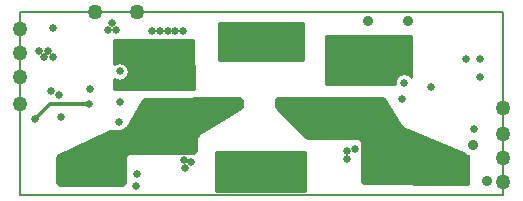
<source format=gbr>
G04 #@! TF.GenerationSoftware,KiCad,Pcbnew,(5.1.9)-1*
G04 #@! TF.CreationDate,2021-10-23T14:42:36-07:00*
G04 #@! TF.ProjectId,Buffer - Rev D,42756666-6572-4202-9d20-52657620442e,rev?*
G04 #@! TF.SameCoordinates,Original*
G04 #@! TF.FileFunction,Copper,L4,Bot*
G04 #@! TF.FilePolarity,Positive*
%FSLAX46Y46*%
G04 Gerber Fmt 4.6, Leading zero omitted, Abs format (unit mm)*
G04 Created by KiCad (PCBNEW (5.1.9)-1) date 2021-10-23 14:42:36*
%MOMM*%
%LPD*%
G01*
G04 APERTURE LIST*
G04 #@! TA.AperFunction,Profile*
%ADD10C,0.200000*%
G04 #@! TD*
G04 #@! TA.AperFunction,ComponentPad*
%ADD11C,1.270000*%
G04 #@! TD*
G04 #@! TA.AperFunction,SMDPad,CuDef*
%ADD12R,5.080000X2.540000*%
G04 #@! TD*
G04 #@! TA.AperFunction,ViaPad*
%ADD13C,0.635000*%
G04 #@! TD*
G04 #@! TA.AperFunction,ViaPad*
%ADD14C,0.889000*%
G04 #@! TD*
G04 #@! TA.AperFunction,Conductor*
%ADD15C,0.330200*%
G04 #@! TD*
G04 #@! TA.AperFunction,Conductor*
%ADD16C,0.254000*%
G04 #@! TD*
G04 #@! TA.AperFunction,Conductor*
%ADD17C,0.500000*%
G04 #@! TD*
G04 APERTURE END LIST*
D10*
X126959360Y-92776040D02*
X126959360Y-108270040D01*
X167853360Y-92776040D02*
X126959360Y-92776040D01*
X167853360Y-108270040D02*
X167853360Y-92776040D01*
X126959360Y-108270040D02*
X167853360Y-108270040D01*
D11*
X148055560Y-95970040D03*
X146709360Y-95970040D03*
X136865360Y-92776040D03*
D12*
X147393660Y-95173140D03*
D11*
X145374360Y-95935140D03*
X145374360Y-94665140D03*
X149374860Y-95935140D03*
X148041360Y-94665140D03*
X149374860Y-94665140D03*
X146707860Y-94665140D03*
X148041360Y-106873040D03*
X149374860Y-106873040D03*
X135023860Y-106873040D03*
X164487860Y-106949240D03*
X163154360Y-106873040D03*
X160487360Y-105603040D03*
X160487360Y-106873040D03*
X163154360Y-105603040D03*
X161820860Y-105603040D03*
X161820860Y-106873040D03*
X164487860Y-105603040D03*
X167853360Y-100904040D03*
X146707860Y-106873040D03*
X145374360Y-106873040D03*
X149374860Y-105603040D03*
X148041360Y-105603040D03*
X146707860Y-105603040D03*
X145374360Y-105603040D03*
X133690360Y-105603040D03*
X132356860Y-105603040D03*
X135023860Y-105603040D03*
X133690360Y-106873040D03*
X132356860Y-106873040D03*
X131023360Y-105603040D03*
X131023360Y-106873040D03*
D12*
X133309360Y-106111040D03*
X162519360Y-106111040D03*
D11*
X133309360Y-92776040D03*
X126959360Y-94173040D03*
X167853360Y-105095040D03*
X167853360Y-103063040D03*
X126959360Y-100539040D03*
X167853360Y-107127040D03*
X126959360Y-96205040D03*
X126959360Y-98237040D03*
D12*
X147393660Y-106111040D03*
D13*
X165872160Y-96738440D03*
X130235960Y-99770040D03*
X129559360Y-99456240D03*
X165880360Y-98313240D03*
D14*
X165287960Y-104053640D03*
D13*
X128610360Y-96078040D03*
X129753360Y-96586040D03*
X128991360Y-96586040D03*
X129372360Y-96078040D03*
X132908280Y-99253040D03*
X136839960Y-106517440D03*
X136814560Y-107482640D03*
X135442960Y-100396040D03*
D14*
X150225760Y-100396040D03*
X153121360Y-100396040D03*
X152156160Y-100396040D03*
X151190960Y-100396040D03*
X149260560Y-100396040D03*
D13*
X155343860Y-104396540D03*
X154683460Y-104561640D03*
X159344360Y-100142040D03*
X154632660Y-105260140D03*
D14*
X166507160Y-107076240D03*
D13*
X129727960Y-94147640D03*
X130413760Y-101691440D03*
X164754560Y-96763840D03*
D14*
X159776160Y-93525340D03*
D13*
X135392160Y-97805240D03*
X135097520Y-94294960D03*
X134777480Y-93746320D03*
X134447280Y-94294960D03*
D14*
X156459360Y-93520040D03*
D13*
X159471360Y-98745040D03*
D14*
X143278860Y-100446840D03*
X141348460Y-100446840D03*
X145209260Y-100446840D03*
X144244060Y-100446840D03*
X142313660Y-100446840D03*
D13*
X140815060Y-105285540D03*
X141437360Y-105501440D03*
X140903960Y-105958640D03*
X135366762Y-102072440D03*
X139459275Y-94363540D03*
X140116560Y-94350840D03*
X140776960Y-94350840D03*
X157652545Y-96478099D03*
X158455360Y-96478099D03*
X154073860Y-95062040D03*
X154391360Y-95697040D03*
X153438860Y-95316040D03*
X135341360Y-98872040D03*
X140573760Y-99011740D03*
X139913360Y-98986340D03*
X138808460Y-94350840D03*
X138160760Y-94350840D03*
X136700260Y-96192340D03*
X137220960Y-96687640D03*
X128229360Y-101793040D03*
X132801357Y-100523037D03*
X165440360Y-102682040D03*
X161757360Y-99126040D03*
D15*
X133309360Y-105437940D02*
X133474460Y-105437940D01*
X132352345Y-100523037D02*
X132801357Y-100523037D01*
X129499363Y-100523037D02*
X132352345Y-100523037D01*
X128229360Y-101793040D02*
X129499363Y-100523037D01*
D16*
X145691724Y-100156017D02*
X145755360Y-100309002D01*
X145755360Y-100693809D01*
X145636757Y-100906328D01*
X142056406Y-103114986D01*
X142036600Y-103130071D01*
X142020118Y-103148730D01*
X142011922Y-103161658D01*
X141861128Y-103434592D01*
X141851282Y-103457458D01*
X141846087Y-103481807D01*
X141845295Y-103497093D01*
X141853511Y-104458408D01*
X141790995Y-104612113D01*
X141637830Y-104675940D01*
X136305073Y-104675940D01*
X136280297Y-104678380D01*
X136256610Y-104685550D01*
X136032631Y-104778017D01*
X136010661Y-104789728D01*
X135991397Y-104805499D01*
X135975580Y-104824726D01*
X135963933Y-104846393D01*
X135870415Y-105069935D01*
X135863104Y-105093734D01*
X135860577Y-105118353D01*
X135850963Y-107166251D01*
X135787400Y-107318190D01*
X135635162Y-107381040D01*
X130350123Y-107381040D01*
X130197556Y-107317844D01*
X130134360Y-107165277D01*
X130134360Y-105060282D01*
X130168371Y-104943068D01*
X130259838Y-104862263D01*
X134556494Y-102833286D01*
X134664622Y-102809040D01*
X135617317Y-102809040D01*
X135642093Y-102806600D01*
X135665918Y-102799373D01*
X135680278Y-102792335D01*
X135953674Y-102636269D01*
X135973982Y-102621866D01*
X135991089Y-102603779D01*
X136000071Y-102590548D01*
X137374172Y-100263441D01*
X137587596Y-100140763D01*
X145538364Y-100093296D01*
X145691724Y-100156017D01*
G04 #@! TA.AperFunction,Conductor*
D17*
G36*
X145691724Y-100156017D02*
G01*
X145755360Y-100309002D01*
X145755360Y-100693809D01*
X145636757Y-100906328D01*
X142056406Y-103114986D01*
X142036600Y-103130071D01*
X142020118Y-103148730D01*
X142011922Y-103161658D01*
X141861128Y-103434592D01*
X141851282Y-103457458D01*
X141846087Y-103481807D01*
X141845295Y-103497093D01*
X141853511Y-104458408D01*
X141790995Y-104612113D01*
X141637830Y-104675940D01*
X136305073Y-104675940D01*
X136280297Y-104678380D01*
X136256610Y-104685550D01*
X136032631Y-104778017D01*
X136010661Y-104789728D01*
X135991397Y-104805499D01*
X135975580Y-104824726D01*
X135963933Y-104846393D01*
X135870415Y-105069935D01*
X135863104Y-105093734D01*
X135860577Y-105118353D01*
X135850963Y-107166251D01*
X135787400Y-107318190D01*
X135635162Y-107381040D01*
X130350123Y-107381040D01*
X130197556Y-107317844D01*
X130134360Y-107165277D01*
X130134360Y-105060282D01*
X130168371Y-104943068D01*
X130259838Y-104862263D01*
X134556494Y-102833286D01*
X134664622Y-102809040D01*
X135617317Y-102809040D01*
X135642093Y-102806600D01*
X135665918Y-102799373D01*
X135680278Y-102792335D01*
X135953674Y-102636269D01*
X135973982Y-102621866D01*
X135991089Y-102603779D01*
X136000071Y-102590548D01*
X137374172Y-100263441D01*
X137587596Y-100140763D01*
X145538364Y-100093296D01*
X145691724Y-100156017D01*
G37*
G04 #@! TD.AperFunction*
D16*
X157821160Y-100136218D02*
X159182152Y-102404537D01*
X159196992Y-102424527D01*
X159207795Y-102435097D01*
X159356550Y-102564242D01*
X159376860Y-102578642D01*
X159390410Y-102585340D01*
X164430471Y-104713365D01*
X164449458Y-104741781D01*
X164599819Y-104892142D01*
X164776625Y-105010280D01*
X164932360Y-105074787D01*
X164932360Y-107161583D01*
X164868352Y-107314918D01*
X164714320Y-107377236D01*
X156166945Y-107283179D01*
X156015846Y-107219126D01*
X155953460Y-107067334D01*
X155953460Y-103888540D01*
X155951020Y-103863764D01*
X155943793Y-103839939D01*
X155850799Y-103615433D01*
X155839062Y-103593476D01*
X155823268Y-103574231D01*
X155804023Y-103558437D01*
X155782067Y-103546701D01*
X155557561Y-103453707D01*
X155533737Y-103446480D01*
X155508960Y-103444040D01*
X151373136Y-103444040D01*
X151195307Y-103370381D01*
X148750019Y-100925093D01*
X148676360Y-100747264D01*
X148676360Y-100230803D01*
X148739556Y-100078236D01*
X148892123Y-100015040D01*
X157607138Y-100015040D01*
X157821160Y-100136218D01*
G04 #@! TA.AperFunction,Conductor*
D17*
G36*
X157821160Y-100136218D02*
G01*
X159182152Y-102404537D01*
X159196992Y-102424527D01*
X159207795Y-102435097D01*
X159356550Y-102564242D01*
X159376860Y-102578642D01*
X159390410Y-102585340D01*
X164430471Y-104713365D01*
X164449458Y-104741781D01*
X164599819Y-104892142D01*
X164776625Y-105010280D01*
X164932360Y-105074787D01*
X164932360Y-107161583D01*
X164868352Y-107314918D01*
X164714320Y-107377236D01*
X156166945Y-107283179D01*
X156015846Y-107219126D01*
X155953460Y-107067334D01*
X155953460Y-103888540D01*
X155951020Y-103863764D01*
X155943793Y-103839939D01*
X155850799Y-103615433D01*
X155839062Y-103593476D01*
X155823268Y-103574231D01*
X155804023Y-103558437D01*
X155782067Y-103546701D01*
X155557561Y-103453707D01*
X155533737Y-103446480D01*
X155508960Y-103444040D01*
X151373136Y-103444040D01*
X151195307Y-103370381D01*
X148750019Y-100925093D01*
X148676360Y-100747264D01*
X148676360Y-100230803D01*
X148739556Y-100078236D01*
X148892123Y-100015040D01*
X157607138Y-100015040D01*
X157821160Y-100136218D01*
G37*
G04 #@! TD.AperFunction*
D16*
X150962360Y-96839602D02*
X143850360Y-96815077D01*
X143850360Y-93665040D01*
X150962360Y-93665040D01*
X150962360Y-96839602D01*
G04 #@! TA.AperFunction,Conductor*
D17*
G36*
X150962360Y-96839602D02*
G01*
X143850360Y-96815077D01*
X143850360Y-93665040D01*
X150962360Y-93665040D01*
X150962360Y-96839602D01*
G37*
G04 #@! TD.AperFunction*
D16*
X151089360Y-107889040D02*
X143596360Y-107889040D01*
X143596360Y-104587040D01*
X151089360Y-104587040D01*
X151089360Y-107889040D01*
G04 #@! TA.AperFunction,Conductor*
D17*
G36*
X151089360Y-107889040D02*
G01*
X143596360Y-107889040D01*
X143596360Y-104587040D01*
X151089360Y-104587040D01*
X151089360Y-107889040D01*
G37*
G04 #@! TD.AperFunction*
D16*
X141652892Y-99253040D02*
X134960360Y-99253040D01*
X134960360Y-98448444D01*
X135025202Y-98491770D01*
X135166188Y-98550168D01*
X135315859Y-98579940D01*
X135468461Y-98579940D01*
X135618132Y-98550168D01*
X135759118Y-98491770D01*
X135886002Y-98406988D01*
X135993908Y-98299082D01*
X136078690Y-98172198D01*
X136137088Y-98031212D01*
X136166860Y-97881541D01*
X136166860Y-97728939D01*
X136137088Y-97579268D01*
X136078690Y-97438282D01*
X135993908Y-97311398D01*
X135886002Y-97203492D01*
X135759118Y-97118710D01*
X135618132Y-97060312D01*
X135468461Y-97030540D01*
X135315859Y-97030540D01*
X135166188Y-97060312D01*
X135025202Y-97118710D01*
X134960360Y-97162036D01*
X134960360Y-95125540D01*
X141640928Y-95125540D01*
X141652892Y-99253040D01*
G04 #@! TA.AperFunction,Conductor*
D17*
G36*
X141652892Y-99253040D02*
G01*
X134960360Y-99253040D01*
X134960360Y-98448444D01*
X135025202Y-98491770D01*
X135166188Y-98550168D01*
X135315859Y-98579940D01*
X135468461Y-98579940D01*
X135618132Y-98550168D01*
X135759118Y-98491770D01*
X135886002Y-98406988D01*
X135993908Y-98299082D01*
X136078690Y-98172198D01*
X136137088Y-98031212D01*
X136166860Y-97881541D01*
X136166860Y-97728939D01*
X136137088Y-97579268D01*
X136078690Y-97438282D01*
X135993908Y-97311398D01*
X135886002Y-97203492D01*
X135759118Y-97118710D01*
X135618132Y-97060312D01*
X135468461Y-97030540D01*
X135315859Y-97030540D01*
X135166188Y-97060312D01*
X135025202Y-97118710D01*
X134960360Y-97162036D01*
X134960360Y-95125540D01*
X141640928Y-95125540D01*
X141652892Y-99253040D01*
G37*
G04 #@! TD.AperFunction*
D16*
X160106360Y-98300963D02*
X160073108Y-98251198D01*
X159965202Y-98143292D01*
X159838318Y-98058510D01*
X159697332Y-98000112D01*
X159547661Y-97970340D01*
X159395059Y-97970340D01*
X159245388Y-98000112D01*
X159104402Y-98058510D01*
X158977518Y-98143292D01*
X158869612Y-98251198D01*
X158784830Y-98378082D01*
X158726432Y-98519068D01*
X158696660Y-98668739D01*
X158696660Y-98821341D01*
X158706745Y-98872040D01*
X152867360Y-98872040D01*
X152867360Y-94782640D01*
X160106360Y-94782640D01*
X160106360Y-98300963D01*
G04 #@! TA.AperFunction,Conductor*
D17*
G36*
X160106360Y-98300963D02*
G01*
X160073108Y-98251198D01*
X159965202Y-98143292D01*
X159838318Y-98058510D01*
X159697332Y-98000112D01*
X159547661Y-97970340D01*
X159395059Y-97970340D01*
X159245388Y-98000112D01*
X159104402Y-98058510D01*
X158977518Y-98143292D01*
X158869612Y-98251198D01*
X158784830Y-98378082D01*
X158726432Y-98519068D01*
X158696660Y-98668739D01*
X158696660Y-98821341D01*
X158706745Y-98872040D01*
X152867360Y-98872040D01*
X152867360Y-94782640D01*
X160106360Y-94782640D01*
X160106360Y-98300963D01*
G37*
G04 #@! TD.AperFunction*
M02*

</source>
